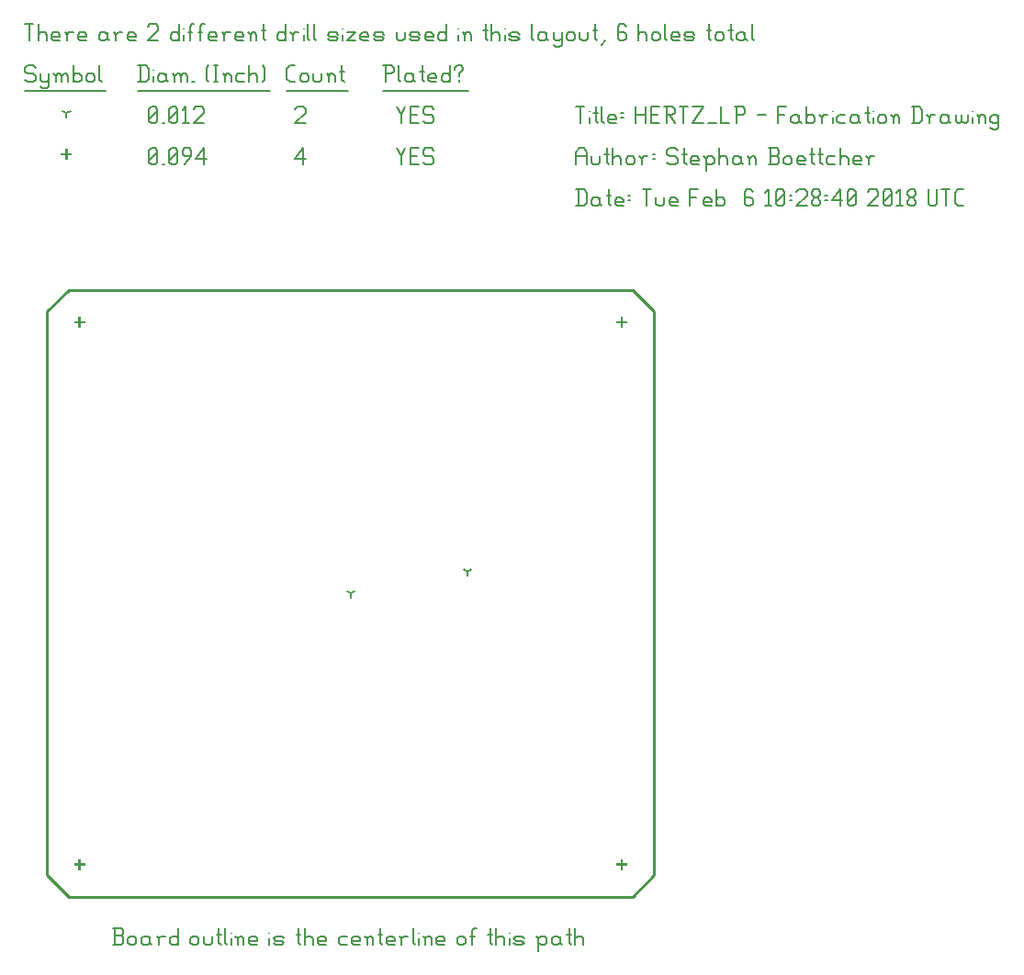
<source format=gbr>
G04 start of page 9 for group -3984 idx -3984 *
G04 Title: HERTZ_LP, fab *
G04 Creator: pcb v4.0.2-gafeb62a8 *
G04 CreationDate: Tue Feb  6 10:28:40 2018 UTC *
G04 For: stephan *
G04 Format: Gerber/RS-274X *
G04 PCB-Dimensions (mil): 2362.20 2362.20 *
G04 PCB-Coordinate-Origin: lower left *
%MOIN*%
%FSLAX25Y25*%
%LNFAB*%
%ADD33C,0.0100*%
%ADD32C,0.0075*%
%ADD31C,0.0060*%
%ADD30R,0.0080X0.0080*%
G54D30*X19685Y218135D02*Y214935D01*
X18085Y216535D02*X21285D01*
X216535Y218135D02*Y214935D01*
X214935Y216535D02*X218135D01*
X19685Y21285D02*Y18085D01*
X18085Y19685D02*X21285D01*
X216535Y21285D02*Y18085D01*
X214935Y19685D02*X218135D01*
X15000Y279070D02*Y275870D01*
X13400Y277470D02*X16600D01*
G54D31*X135000Y279720D02*X136500Y276720D01*
X138000Y279720D01*
X136500Y276720D02*Y273720D01*
X139800Y277020D02*X142050D01*
X139800Y273720D02*X142800D01*
X139800Y279720D02*Y273720D01*
Y279720D02*X142800D01*
X147600D02*X148350Y278970D01*
X145350Y279720D02*X147600D01*
X144600Y278970D02*X145350Y279720D01*
X144600Y278970D02*Y277470D01*
X145350Y276720D01*
X147600D01*
X148350Y275970D01*
Y274470D01*
X147600Y273720D02*X148350Y274470D01*
X145350Y273720D02*X147600D01*
X144600Y274470D02*X145350Y273720D01*
X98000Y275970D02*X101000Y279720D01*
X98000Y275970D02*X101750D01*
X101000Y279720D02*Y273720D01*
X45000Y274470D02*X45750Y273720D01*
X45000Y278970D02*Y274470D01*
Y278970D02*X45750Y279720D01*
X47250D01*
X48000Y278970D01*
Y274470D01*
X47250Y273720D02*X48000Y274470D01*
X45750Y273720D02*X47250D01*
X45000Y275220D02*X48000Y278220D01*
X49800Y273720D02*X50550D01*
X52350Y274470D02*X53100Y273720D01*
X52350Y278970D02*Y274470D01*
Y278970D02*X53100Y279720D01*
X54600D01*
X55350Y278970D01*
Y274470D01*
X54600Y273720D02*X55350Y274470D01*
X53100Y273720D02*X54600D01*
X52350Y275220D02*X55350Y278220D01*
X57900Y273720D02*X60150Y276720D01*
Y278970D02*Y276720D01*
X59400Y279720D02*X60150Y278970D01*
X57900Y279720D02*X59400D01*
X57150Y278970D02*X57900Y279720D01*
X57150Y278970D02*Y277470D01*
X57900Y276720D01*
X60150D01*
X61950Y275970D02*X64950Y279720D01*
X61950Y275970D02*X65700D01*
X64950Y279720D02*Y273720D01*
X118110Y118110D02*Y116510D01*
Y118110D02*X119497Y118910D01*
X118110Y118110D02*X116724Y118910D01*
X160433Y125984D02*Y124384D01*
Y125984D02*X161820Y126784D01*
X160433Y125984D02*X159046Y126784D01*
X15000Y292470D02*Y290870D01*
Y292470D02*X16387Y293270D01*
X15000Y292470D02*X13613Y293270D01*
X135000Y294720D02*X136500Y291720D01*
X138000Y294720D01*
X136500Y291720D02*Y288720D01*
X139800Y292020D02*X142050D01*
X139800Y288720D02*X142800D01*
X139800Y294720D02*Y288720D01*
Y294720D02*X142800D01*
X147600D02*X148350Y293970D01*
X145350Y294720D02*X147600D01*
X144600Y293970D02*X145350Y294720D01*
X144600Y293970D02*Y292470D01*
X145350Y291720D01*
X147600D01*
X148350Y290970D01*
Y289470D01*
X147600Y288720D02*X148350Y289470D01*
X145350Y288720D02*X147600D01*
X144600Y289470D02*X145350Y288720D01*
X98000Y293970D02*X98750Y294720D01*
X101000D01*
X101750Y293970D01*
Y292470D01*
X98000Y288720D02*X101750Y292470D01*
X98000Y288720D02*X101750D01*
X45000Y289470D02*X45750Y288720D01*
X45000Y293970D02*Y289470D01*
Y293970D02*X45750Y294720D01*
X47250D01*
X48000Y293970D01*
Y289470D01*
X47250Y288720D02*X48000Y289470D01*
X45750Y288720D02*X47250D01*
X45000Y290220D02*X48000Y293220D01*
X49800Y288720D02*X50550D01*
X52350Y289470D02*X53100Y288720D01*
X52350Y293970D02*Y289470D01*
Y293970D02*X53100Y294720D01*
X54600D01*
X55350Y293970D01*
Y289470D01*
X54600Y288720D02*X55350Y289470D01*
X53100Y288720D02*X54600D01*
X52350Y290220D02*X55350Y293220D01*
X57150Y293520D02*X58350Y294720D01*
Y288720D01*
X57150D02*X59400D01*
X61200Y293970D02*X61950Y294720D01*
X64200D01*
X64950Y293970D01*
Y292470D01*
X61200Y288720D02*X64950Y292470D01*
X61200Y288720D02*X64950D01*
X3000Y309720D02*X3750Y308970D01*
X750Y309720D02*X3000D01*
X0Y308970D02*X750Y309720D01*
X0Y308970D02*Y307470D01*
X750Y306720D01*
X3000D01*
X3750Y305970D01*
Y304470D01*
X3000Y303720D02*X3750Y304470D01*
X750Y303720D02*X3000D01*
X0Y304470D02*X750Y303720D01*
X5550Y306720D02*Y304470D01*
X6300Y303720D01*
X8550Y306720D02*Y302220D01*
X7800Y301470D02*X8550Y302220D01*
X6300Y301470D02*X7800D01*
X5550Y302220D02*X6300Y301470D01*
Y303720D02*X7800D01*
X8550Y304470D01*
X11100Y305970D02*Y303720D01*
Y305970D02*X11850Y306720D01*
X12600D01*
X13350Y305970D01*
Y303720D01*
Y305970D02*X14100Y306720D01*
X14850D01*
X15600Y305970D01*
Y303720D01*
X10350Y306720D02*X11100Y305970D01*
X17400Y309720D02*Y303720D01*
Y304470D02*X18150Y303720D01*
X19650D01*
X20400Y304470D01*
Y305970D02*Y304470D01*
X19650Y306720D02*X20400Y305970D01*
X18150Y306720D02*X19650D01*
X17400Y305970D02*X18150Y306720D01*
X22200Y305970D02*Y304470D01*
Y305970D02*X22950Y306720D01*
X24450D01*
X25200Y305970D01*
Y304470D01*
X24450Y303720D02*X25200Y304470D01*
X22950Y303720D02*X24450D01*
X22200Y304470D02*X22950Y303720D01*
X27000Y309720D02*Y304470D01*
X27750Y303720D01*
X0Y300470D02*X29250D01*
X41750Y309720D02*Y303720D01*
X43700Y309720D02*X44750Y308670D01*
Y304770D01*
X43700Y303720D02*X44750Y304770D01*
X41000Y303720D02*X43700D01*
X41000Y309720D02*X43700D01*
G54D32*X46550Y308220D02*Y308070D01*
G54D31*Y305970D02*Y303720D01*
X50300Y306720D02*X51050Y305970D01*
X48800Y306720D02*X50300D01*
X48050Y305970D02*X48800Y306720D01*
X48050Y305970D02*Y304470D01*
X48800Y303720D01*
X51050Y306720D02*Y304470D01*
X51800Y303720D01*
X48800D02*X50300D01*
X51050Y304470D01*
X54350Y305970D02*Y303720D01*
Y305970D02*X55100Y306720D01*
X55850D01*
X56600Y305970D01*
Y303720D01*
Y305970D02*X57350Y306720D01*
X58100D01*
X58850Y305970D01*
Y303720D01*
X53600Y306720D02*X54350Y305970D01*
X60650Y303720D02*X61400D01*
X65900Y304470D02*X66650Y303720D01*
X65900Y308970D02*X66650Y309720D01*
X65900Y308970D02*Y304470D01*
X68450Y309720D02*X69950D01*
X69200D02*Y303720D01*
X68450D02*X69950D01*
X72500Y305970D02*Y303720D01*
Y305970D02*X73250Y306720D01*
X74000D01*
X74750Y305970D01*
Y303720D01*
X71750Y306720D02*X72500Y305970D01*
X77300Y306720D02*X79550D01*
X76550Y305970D02*X77300Y306720D01*
X76550Y305970D02*Y304470D01*
X77300Y303720D01*
X79550D01*
X81350Y309720D02*Y303720D01*
Y305970D02*X82100Y306720D01*
X83600D01*
X84350Y305970D01*
Y303720D01*
X86150Y309720D02*X86900Y308970D01*
Y304470D01*
X86150Y303720D02*X86900Y304470D01*
X41000Y300470D02*X88700D01*
X96050Y303720D02*X98000D01*
X95000Y304770D02*X96050Y303720D01*
X95000Y308670D02*Y304770D01*
Y308670D02*X96050Y309720D01*
X98000D01*
X99800Y305970D02*Y304470D01*
Y305970D02*X100550Y306720D01*
X102050D01*
X102800Y305970D01*
Y304470D01*
X102050Y303720D02*X102800Y304470D01*
X100550Y303720D02*X102050D01*
X99800Y304470D02*X100550Y303720D01*
X104600Y306720D02*Y304470D01*
X105350Y303720D01*
X106850D01*
X107600Y304470D01*
Y306720D02*Y304470D01*
X110150Y305970D02*Y303720D01*
Y305970D02*X110900Y306720D01*
X111650D01*
X112400Y305970D01*
Y303720D01*
X109400Y306720D02*X110150Y305970D01*
X114950Y309720D02*Y304470D01*
X115700Y303720D01*
X114200Y307470D02*X115700D01*
X95000Y300470D02*X117200D01*
X130750Y309720D02*Y303720D01*
X130000Y309720D02*X133000D01*
X133750Y308970D01*
Y307470D01*
X133000Y306720D02*X133750Y307470D01*
X130750Y306720D02*X133000D01*
X135550Y309720D02*Y304470D01*
X136300Y303720D01*
X140050Y306720D02*X140800Y305970D01*
X138550Y306720D02*X140050D01*
X137800Y305970D02*X138550Y306720D01*
X137800Y305970D02*Y304470D01*
X138550Y303720D01*
X140800Y306720D02*Y304470D01*
X141550Y303720D01*
X138550D02*X140050D01*
X140800Y304470D01*
X144100Y309720D02*Y304470D01*
X144850Y303720D01*
X143350Y307470D02*X144850D01*
X147100Y303720D02*X149350D01*
X146350Y304470D02*X147100Y303720D01*
X146350Y305970D02*Y304470D01*
Y305970D02*X147100Y306720D01*
X148600D01*
X149350Y305970D01*
X146350Y305220D02*X149350D01*
Y305970D02*Y305220D01*
X154150Y309720D02*Y303720D01*
X153400D02*X154150Y304470D01*
X151900Y303720D02*X153400D01*
X151150Y304470D02*X151900Y303720D01*
X151150Y305970D02*Y304470D01*
Y305970D02*X151900Y306720D01*
X153400D01*
X154150Y305970D01*
X157450Y306720D02*Y305970D01*
Y304470D02*Y303720D01*
X155950Y308970D02*Y308220D01*
Y308970D02*X156700Y309720D01*
X158200D01*
X158950Y308970D01*
Y308220D01*
X157450Y306720D02*X158950Y308220D01*
X130000Y300470D02*X160750D01*
X0Y324720D02*X3000D01*
X1500D02*Y318720D01*
X4800Y324720D02*Y318720D01*
Y320970D02*X5550Y321720D01*
X7050D01*
X7800Y320970D01*
Y318720D01*
X10350D02*X12600D01*
X9600Y319470D02*X10350Y318720D01*
X9600Y320970D02*Y319470D01*
Y320970D02*X10350Y321720D01*
X11850D01*
X12600Y320970D01*
X9600Y320220D02*X12600D01*
Y320970D02*Y320220D01*
X15150Y320970D02*Y318720D01*
Y320970D02*X15900Y321720D01*
X17400D01*
X14400D02*X15150Y320970D01*
X19950Y318720D02*X22200D01*
X19200Y319470D02*X19950Y318720D01*
X19200Y320970D02*Y319470D01*
Y320970D02*X19950Y321720D01*
X21450D01*
X22200Y320970D01*
X19200Y320220D02*X22200D01*
Y320970D02*Y320220D01*
X28950Y321720D02*X29700Y320970D01*
X27450Y321720D02*X28950D01*
X26700Y320970D02*X27450Y321720D01*
X26700Y320970D02*Y319470D01*
X27450Y318720D01*
X29700Y321720D02*Y319470D01*
X30450Y318720D01*
X27450D02*X28950D01*
X29700Y319470D01*
X33000Y320970D02*Y318720D01*
Y320970D02*X33750Y321720D01*
X35250D01*
X32250D02*X33000Y320970D01*
X37800Y318720D02*X40050D01*
X37050Y319470D02*X37800Y318720D01*
X37050Y320970D02*Y319470D01*
Y320970D02*X37800Y321720D01*
X39300D01*
X40050Y320970D01*
X37050Y320220D02*X40050D01*
Y320970D02*Y320220D01*
X44550Y323970D02*X45300Y324720D01*
X47550D01*
X48300Y323970D01*
Y322470D01*
X44550Y318720D02*X48300Y322470D01*
X44550Y318720D02*X48300D01*
X55800Y324720D02*Y318720D01*
X55050D02*X55800Y319470D01*
X53550Y318720D02*X55050D01*
X52800Y319470D02*X53550Y318720D01*
X52800Y320970D02*Y319470D01*
Y320970D02*X53550Y321720D01*
X55050D01*
X55800Y320970D01*
G54D32*X57600Y323220D02*Y323070D01*
G54D31*Y320970D02*Y318720D01*
X59850Y323970D02*Y318720D01*
Y323970D02*X60600Y324720D01*
X61350D01*
X59100Y321720D02*X60600D01*
X63600Y323970D02*Y318720D01*
Y323970D02*X64350Y324720D01*
X65100D01*
X62850Y321720D02*X64350D01*
X67350Y318720D02*X69600D01*
X66600Y319470D02*X67350Y318720D01*
X66600Y320970D02*Y319470D01*
Y320970D02*X67350Y321720D01*
X68850D01*
X69600Y320970D01*
X66600Y320220D02*X69600D01*
Y320970D02*Y320220D01*
X72150Y320970D02*Y318720D01*
Y320970D02*X72900Y321720D01*
X74400D01*
X71400D02*X72150Y320970D01*
X76950Y318720D02*X79200D01*
X76200Y319470D02*X76950Y318720D01*
X76200Y320970D02*Y319470D01*
Y320970D02*X76950Y321720D01*
X78450D01*
X79200Y320970D01*
X76200Y320220D02*X79200D01*
Y320970D02*Y320220D01*
X81750Y320970D02*Y318720D01*
Y320970D02*X82500Y321720D01*
X83250D01*
X84000Y320970D01*
Y318720D01*
X81000Y321720D02*X81750Y320970D01*
X86550Y324720D02*Y319470D01*
X87300Y318720D01*
X85800Y322470D02*X87300D01*
X94500Y324720D02*Y318720D01*
X93750D02*X94500Y319470D01*
X92250Y318720D02*X93750D01*
X91500Y319470D02*X92250Y318720D01*
X91500Y320970D02*Y319470D01*
Y320970D02*X92250Y321720D01*
X93750D01*
X94500Y320970D01*
X97050D02*Y318720D01*
Y320970D02*X97800Y321720D01*
X99300D01*
X96300D02*X97050Y320970D01*
G54D32*X101100Y323220D02*Y323070D01*
G54D31*Y320970D02*Y318720D01*
X102600Y324720D02*Y319470D01*
X103350Y318720D01*
X104850Y324720D02*Y319470D01*
X105600Y318720D01*
X110550D02*X112800D01*
X113550Y319470D01*
X112800Y320220D02*X113550Y319470D01*
X110550Y320220D02*X112800D01*
X109800Y320970D02*X110550Y320220D01*
X109800Y320970D02*X110550Y321720D01*
X112800D01*
X113550Y320970D01*
X109800Y319470D02*X110550Y318720D01*
G54D32*X115350Y323220D02*Y323070D01*
G54D31*Y320970D02*Y318720D01*
X116850Y321720D02*X119850D01*
X116850Y318720D02*X119850Y321720D01*
X116850Y318720D02*X119850D01*
X122400D02*X124650D01*
X121650Y319470D02*X122400Y318720D01*
X121650Y320970D02*Y319470D01*
Y320970D02*X122400Y321720D01*
X123900D01*
X124650Y320970D01*
X121650Y320220D02*X124650D01*
Y320970D02*Y320220D01*
X127200Y318720D02*X129450D01*
X130200Y319470D01*
X129450Y320220D02*X130200Y319470D01*
X127200Y320220D02*X129450D01*
X126450Y320970D02*X127200Y320220D01*
X126450Y320970D02*X127200Y321720D01*
X129450D01*
X130200Y320970D01*
X126450Y319470D02*X127200Y318720D01*
X134700Y321720D02*Y319470D01*
X135450Y318720D01*
X136950D01*
X137700Y319470D01*
Y321720D02*Y319470D01*
X140250Y318720D02*X142500D01*
X143250Y319470D01*
X142500Y320220D02*X143250Y319470D01*
X140250Y320220D02*X142500D01*
X139500Y320970D02*X140250Y320220D01*
X139500Y320970D02*X140250Y321720D01*
X142500D01*
X143250Y320970D01*
X139500Y319470D02*X140250Y318720D01*
X145800D02*X148050D01*
X145050Y319470D02*X145800Y318720D01*
X145050Y320970D02*Y319470D01*
Y320970D02*X145800Y321720D01*
X147300D01*
X148050Y320970D01*
X145050Y320220D02*X148050D01*
Y320970D02*Y320220D01*
X152850Y324720D02*Y318720D01*
X152100D02*X152850Y319470D01*
X150600Y318720D02*X152100D01*
X149850Y319470D02*X150600Y318720D01*
X149850Y320970D02*Y319470D01*
Y320970D02*X150600Y321720D01*
X152100D01*
X152850Y320970D01*
G54D32*X157350Y323220D02*Y323070D01*
G54D31*Y320970D02*Y318720D01*
X159600Y320970D02*Y318720D01*
Y320970D02*X160350Y321720D01*
X161100D01*
X161850Y320970D01*
Y318720D01*
X158850Y321720D02*X159600Y320970D01*
X167100Y324720D02*Y319470D01*
X167850Y318720D01*
X166350Y322470D02*X167850D01*
X169350Y324720D02*Y318720D01*
Y320970D02*X170100Y321720D01*
X171600D01*
X172350Y320970D01*
Y318720D01*
G54D32*X174150Y323220D02*Y323070D01*
G54D31*Y320970D02*Y318720D01*
X176400D02*X178650D01*
X179400Y319470D01*
X178650Y320220D02*X179400Y319470D01*
X176400Y320220D02*X178650D01*
X175650Y320970D02*X176400Y320220D01*
X175650Y320970D02*X176400Y321720D01*
X178650D01*
X179400Y320970D01*
X175650Y319470D02*X176400Y318720D01*
X183900Y324720D02*Y319470D01*
X184650Y318720D01*
X188400Y321720D02*X189150Y320970D01*
X186900Y321720D02*X188400D01*
X186150Y320970D02*X186900Y321720D01*
X186150Y320970D02*Y319470D01*
X186900Y318720D01*
X189150Y321720D02*Y319470D01*
X189900Y318720D01*
X186900D02*X188400D01*
X189150Y319470D01*
X191700Y321720D02*Y319470D01*
X192450Y318720D01*
X194700Y321720D02*Y317220D01*
X193950Y316470D02*X194700Y317220D01*
X192450Y316470D02*X193950D01*
X191700Y317220D02*X192450Y316470D01*
Y318720D02*X193950D01*
X194700Y319470D01*
X196500Y320970D02*Y319470D01*
Y320970D02*X197250Y321720D01*
X198750D01*
X199500Y320970D01*
Y319470D01*
X198750Y318720D02*X199500Y319470D01*
X197250Y318720D02*X198750D01*
X196500Y319470D02*X197250Y318720D01*
X201300Y321720D02*Y319470D01*
X202050Y318720D01*
X203550D01*
X204300Y319470D01*
Y321720D02*Y319470D01*
X206850Y324720D02*Y319470D01*
X207600Y318720D01*
X206100Y322470D02*X207600D01*
X209100Y317220D02*X210600Y318720D01*
X217350Y324720D02*X218100Y323970D01*
X215850Y324720D02*X217350D01*
X215100Y323970D02*X215850Y324720D01*
X215100Y323970D02*Y319470D01*
X215850Y318720D01*
X217350Y322020D02*X218100Y321270D01*
X215100Y322020D02*X217350D01*
X215850Y318720D02*X217350D01*
X218100Y319470D01*
Y321270D02*Y319470D01*
X222600Y324720D02*Y318720D01*
Y320970D02*X223350Y321720D01*
X224850D01*
X225600Y320970D01*
Y318720D01*
X227400Y320970D02*Y319470D01*
Y320970D02*X228150Y321720D01*
X229650D01*
X230400Y320970D01*
Y319470D01*
X229650Y318720D02*X230400Y319470D01*
X228150Y318720D02*X229650D01*
X227400Y319470D02*X228150Y318720D01*
X232200Y324720D02*Y319470D01*
X232950Y318720D01*
X235200D02*X237450D01*
X234450Y319470D02*X235200Y318720D01*
X234450Y320970D02*Y319470D01*
Y320970D02*X235200Y321720D01*
X236700D01*
X237450Y320970D01*
X234450Y320220D02*X237450D01*
Y320970D02*Y320220D01*
X240000Y318720D02*X242250D01*
X243000Y319470D01*
X242250Y320220D02*X243000Y319470D01*
X240000Y320220D02*X242250D01*
X239250Y320970D02*X240000Y320220D01*
X239250Y320970D02*X240000Y321720D01*
X242250D01*
X243000Y320970D01*
X239250Y319470D02*X240000Y318720D01*
X248250Y324720D02*Y319470D01*
X249000Y318720D01*
X247500Y322470D02*X249000D01*
X250500Y320970D02*Y319470D01*
Y320970D02*X251250Y321720D01*
X252750D01*
X253500Y320970D01*
Y319470D01*
X252750Y318720D02*X253500Y319470D01*
X251250Y318720D02*X252750D01*
X250500Y319470D02*X251250Y318720D01*
X256050Y324720D02*Y319470D01*
X256800Y318720D01*
X255300Y322470D02*X256800D01*
X260550Y321720D02*X261300Y320970D01*
X259050Y321720D02*X260550D01*
X258300Y320970D02*X259050Y321720D01*
X258300Y320970D02*Y319470D01*
X259050Y318720D01*
X261300Y321720D02*Y319470D01*
X262050Y318720D01*
X259050D02*X260550D01*
X261300Y319470D01*
X263850Y324720D02*Y319470D01*
X264600Y318720D01*
G54D33*X7874Y220472D02*Y15748D01*
X15748Y228346D02*X220472D01*
X228346Y220472D02*Y15748D01*
X220472Y7874D02*X15748D01*
X220472Y228346D02*X228346Y220472D01*
X15748Y228346D02*X7874Y220472D01*
Y15748D02*X15748Y7874D01*
X228346Y15748D02*X220472Y7874D01*
G54D31*X31785Y-9500D02*X34785D01*
X35535Y-8750D01*
Y-6950D02*Y-8750D01*
X34785Y-6200D02*X35535Y-6950D01*
X32535Y-6200D02*X34785D01*
X32535Y-3500D02*Y-9500D01*
X31785Y-3500D02*X34785D01*
X35535Y-4250D01*
Y-5450D01*
X34785Y-6200D02*X35535Y-5450D01*
X37335Y-7250D02*Y-8750D01*
Y-7250D02*X38085Y-6500D01*
X39585D01*
X40335Y-7250D01*
Y-8750D01*
X39585Y-9500D02*X40335Y-8750D01*
X38085Y-9500D02*X39585D01*
X37335Y-8750D02*X38085Y-9500D01*
X44385Y-6500D02*X45135Y-7250D01*
X42885Y-6500D02*X44385D01*
X42135Y-7250D02*X42885Y-6500D01*
X42135Y-7250D02*Y-8750D01*
X42885Y-9500D01*
X45135Y-6500D02*Y-8750D01*
X45885Y-9500D01*
X42885D02*X44385D01*
X45135Y-8750D01*
X48435Y-7250D02*Y-9500D01*
Y-7250D02*X49185Y-6500D01*
X50685D01*
X47685D02*X48435Y-7250D01*
X55485Y-3500D02*Y-9500D01*
X54735D02*X55485Y-8750D01*
X53235Y-9500D02*X54735D01*
X52485Y-8750D02*X53235Y-9500D01*
X52485Y-7250D02*Y-8750D01*
Y-7250D02*X53235Y-6500D01*
X54735D01*
X55485Y-7250D01*
X59985D02*Y-8750D01*
Y-7250D02*X60735Y-6500D01*
X62235D01*
X62985Y-7250D01*
Y-8750D01*
X62235Y-9500D02*X62985Y-8750D01*
X60735Y-9500D02*X62235D01*
X59985Y-8750D02*X60735Y-9500D01*
X64785Y-6500D02*Y-8750D01*
X65535Y-9500D01*
X67035D01*
X67785Y-8750D01*
Y-6500D02*Y-8750D01*
X70335Y-3500D02*Y-8750D01*
X71085Y-9500D01*
X69585Y-5750D02*X71085D01*
X72585Y-3500D02*Y-8750D01*
X73335Y-9500D01*
G54D32*X74835Y-5000D02*Y-5150D01*
G54D31*Y-7250D02*Y-9500D01*
X77085Y-7250D02*Y-9500D01*
Y-7250D02*X77835Y-6500D01*
X78585D01*
X79335Y-7250D01*
Y-9500D01*
X76335Y-6500D02*X77085Y-7250D01*
X81885Y-9500D02*X84135D01*
X81135Y-8750D02*X81885Y-9500D01*
X81135Y-7250D02*Y-8750D01*
Y-7250D02*X81885Y-6500D01*
X83385D01*
X84135Y-7250D01*
X81135Y-8000D02*X84135D01*
Y-7250D02*Y-8000D01*
G54D32*X88635Y-5000D02*Y-5150D01*
G54D31*Y-7250D02*Y-9500D01*
X90885D02*X93135D01*
X93885Y-8750D01*
X93135Y-8000D02*X93885Y-8750D01*
X90885Y-8000D02*X93135D01*
X90135Y-7250D02*X90885Y-8000D01*
X90135Y-7250D02*X90885Y-6500D01*
X93135D01*
X93885Y-7250D01*
X90135Y-8750D02*X90885Y-9500D01*
X99135Y-3500D02*Y-8750D01*
X99885Y-9500D01*
X98385Y-5750D02*X99885D01*
X101385Y-3500D02*Y-9500D01*
Y-7250D02*X102135Y-6500D01*
X103635D01*
X104385Y-7250D01*
Y-9500D01*
X106935D02*X109185D01*
X106185Y-8750D02*X106935Y-9500D01*
X106185Y-7250D02*Y-8750D01*
Y-7250D02*X106935Y-6500D01*
X108435D01*
X109185Y-7250D01*
X106185Y-8000D02*X109185D01*
Y-7250D02*Y-8000D01*
X114435Y-6500D02*X116685D01*
X113685Y-7250D02*X114435Y-6500D01*
X113685Y-7250D02*Y-8750D01*
X114435Y-9500D01*
X116685D01*
X119235D02*X121485D01*
X118485Y-8750D02*X119235Y-9500D01*
X118485Y-7250D02*Y-8750D01*
Y-7250D02*X119235Y-6500D01*
X120735D01*
X121485Y-7250D01*
X118485Y-8000D02*X121485D01*
Y-7250D02*Y-8000D01*
X124035Y-7250D02*Y-9500D01*
Y-7250D02*X124785Y-6500D01*
X125535D01*
X126285Y-7250D01*
Y-9500D01*
X123285Y-6500D02*X124035Y-7250D01*
X128835Y-3500D02*Y-8750D01*
X129585Y-9500D01*
X128085Y-5750D02*X129585D01*
X131835Y-9500D02*X134085D01*
X131085Y-8750D02*X131835Y-9500D01*
X131085Y-7250D02*Y-8750D01*
Y-7250D02*X131835Y-6500D01*
X133335D01*
X134085Y-7250D01*
X131085Y-8000D02*X134085D01*
Y-7250D02*Y-8000D01*
X136635Y-7250D02*Y-9500D01*
Y-7250D02*X137385Y-6500D01*
X138885D01*
X135885D02*X136635Y-7250D01*
X140685Y-3500D02*Y-8750D01*
X141435Y-9500D01*
G54D32*X142935Y-5000D02*Y-5150D01*
G54D31*Y-7250D02*Y-9500D01*
X145185Y-7250D02*Y-9500D01*
Y-7250D02*X145935Y-6500D01*
X146685D01*
X147435Y-7250D01*
Y-9500D01*
X144435Y-6500D02*X145185Y-7250D01*
X149985Y-9500D02*X152235D01*
X149235Y-8750D02*X149985Y-9500D01*
X149235Y-7250D02*Y-8750D01*
Y-7250D02*X149985Y-6500D01*
X151485D01*
X152235Y-7250D01*
X149235Y-8000D02*X152235D01*
Y-7250D02*Y-8000D01*
X156735Y-7250D02*Y-8750D01*
Y-7250D02*X157485Y-6500D01*
X158985D01*
X159735Y-7250D01*
Y-8750D01*
X158985Y-9500D02*X159735Y-8750D01*
X157485Y-9500D02*X158985D01*
X156735Y-8750D02*X157485Y-9500D01*
X162285Y-4250D02*Y-9500D01*
Y-4250D02*X163035Y-3500D01*
X163785D01*
X161535Y-6500D02*X163035D01*
X168735Y-3500D02*Y-8750D01*
X169485Y-9500D01*
X167985Y-5750D02*X169485D01*
X170985Y-3500D02*Y-9500D01*
Y-7250D02*X171735Y-6500D01*
X173235D01*
X173985Y-7250D01*
Y-9500D01*
G54D32*X175785Y-5000D02*Y-5150D01*
G54D31*Y-7250D02*Y-9500D01*
X178035D02*X180285D01*
X181035Y-8750D01*
X180285Y-8000D02*X181035Y-8750D01*
X178035Y-8000D02*X180285D01*
X177285Y-7250D02*X178035Y-8000D01*
X177285Y-7250D02*X178035Y-6500D01*
X180285D01*
X181035Y-7250D01*
X177285Y-8750D02*X178035Y-9500D01*
X186285Y-7250D02*Y-11750D01*
X185535Y-6500D02*X186285Y-7250D01*
X187035Y-6500D01*
X188535D01*
X189285Y-7250D01*
Y-8750D01*
X188535Y-9500D02*X189285Y-8750D01*
X187035Y-9500D02*X188535D01*
X186285Y-8750D02*X187035Y-9500D01*
X193335Y-6500D02*X194085Y-7250D01*
X191835Y-6500D02*X193335D01*
X191085Y-7250D02*X191835Y-6500D01*
X191085Y-7250D02*Y-8750D01*
X191835Y-9500D01*
X194085Y-6500D02*Y-8750D01*
X194835Y-9500D01*
X191835D02*X193335D01*
X194085Y-8750D01*
X197385Y-3500D02*Y-8750D01*
X198135Y-9500D01*
X196635Y-5750D02*X198135D01*
X199635Y-3500D02*Y-9500D01*
Y-7250D02*X200385Y-6500D01*
X201885D01*
X202635Y-7250D01*
Y-9500D01*
X200750Y264720D02*Y258720D01*
X202700Y264720D02*X203750Y263670D01*
Y259770D01*
X202700Y258720D02*X203750Y259770D01*
X200000Y258720D02*X202700D01*
X200000Y264720D02*X202700D01*
X207800Y261720D02*X208550Y260970D01*
X206300Y261720D02*X207800D01*
X205550Y260970D02*X206300Y261720D01*
X205550Y260970D02*Y259470D01*
X206300Y258720D01*
X208550Y261720D02*Y259470D01*
X209300Y258720D01*
X206300D02*X207800D01*
X208550Y259470D01*
X211850Y264720D02*Y259470D01*
X212600Y258720D01*
X211100Y262470D02*X212600D01*
X214850Y258720D02*X217100D01*
X214100Y259470D02*X214850Y258720D01*
X214100Y260970D02*Y259470D01*
Y260970D02*X214850Y261720D01*
X216350D01*
X217100Y260970D01*
X214100Y260220D02*X217100D01*
Y260970D02*Y260220D01*
X218900Y262470D02*X219650D01*
X218900Y260970D02*X219650D01*
X224150Y264720D02*X227150D01*
X225650D02*Y258720D01*
X228950Y261720D02*Y259470D01*
X229700Y258720D01*
X231200D01*
X231950Y259470D01*
Y261720D02*Y259470D01*
X234500Y258720D02*X236750D01*
X233750Y259470D02*X234500Y258720D01*
X233750Y260970D02*Y259470D01*
Y260970D02*X234500Y261720D01*
X236000D01*
X236750Y260970D01*
X233750Y260220D02*X236750D01*
Y260970D02*Y260220D01*
X241250Y264720D02*Y258720D01*
Y264720D02*X244250D01*
X241250Y262020D02*X243500D01*
X246800Y258720D02*X249050D01*
X246050Y259470D02*X246800Y258720D01*
X246050Y260970D02*Y259470D01*
Y260970D02*X246800Y261720D01*
X248300D01*
X249050Y260970D01*
X246050Y260220D02*X249050D01*
Y260970D02*Y260220D01*
X250850Y264720D02*Y258720D01*
Y259470D02*X251600Y258720D01*
X253100D01*
X253850Y259470D01*
Y260970D02*Y259470D01*
X253100Y261720D02*X253850Y260970D01*
X251600Y261720D02*X253100D01*
X250850Y260970D02*X251600Y261720D01*
X263300Y264720D02*X264050Y263970D01*
X261800Y264720D02*X263300D01*
X261050Y263970D02*X261800Y264720D01*
X261050Y263970D02*Y259470D01*
X261800Y258720D01*
X263300Y262020D02*X264050Y261270D01*
X261050Y262020D02*X263300D01*
X261800Y258720D02*X263300D01*
X264050Y259470D01*
Y261270D02*Y259470D01*
X268550Y263520D02*X269750Y264720D01*
Y258720D01*
X268550D02*X270800D01*
X272600Y259470D02*X273350Y258720D01*
X272600Y263970D02*Y259470D01*
Y263970D02*X273350Y264720D01*
X274850D01*
X275600Y263970D01*
Y259470D01*
X274850Y258720D02*X275600Y259470D01*
X273350Y258720D02*X274850D01*
X272600Y260220D02*X275600Y263220D01*
X277400Y262470D02*X278150D01*
X277400Y260970D02*X278150D01*
X279950Y263970D02*X280700Y264720D01*
X282950D01*
X283700Y263970D01*
Y262470D01*
X279950Y258720D02*X283700Y262470D01*
X279950Y258720D02*X283700D01*
X285500Y259470D02*X286250Y258720D01*
X285500Y260670D02*Y259470D01*
Y260670D02*X286550Y261720D01*
X287450D01*
X288500Y260670D01*
Y259470D01*
X287750Y258720D02*X288500Y259470D01*
X286250Y258720D02*X287750D01*
X285500Y262770D02*X286550Y261720D01*
X285500Y263970D02*Y262770D01*
Y263970D02*X286250Y264720D01*
X287750D01*
X288500Y263970D01*
Y262770D01*
X287450Y261720D02*X288500Y262770D01*
X290300Y262470D02*X291050D01*
X290300Y260970D02*X291050D01*
X292850D02*X295850Y264720D01*
X292850Y260970D02*X296600D01*
X295850Y264720D02*Y258720D01*
X298400Y259470D02*X299150Y258720D01*
X298400Y263970D02*Y259470D01*
Y263970D02*X299150Y264720D01*
X300650D01*
X301400Y263970D01*
Y259470D01*
X300650Y258720D02*X301400Y259470D01*
X299150Y258720D02*X300650D01*
X298400Y260220D02*X301400Y263220D01*
X305900Y263970D02*X306650Y264720D01*
X308900D01*
X309650Y263970D01*
Y262470D01*
X305900Y258720D02*X309650Y262470D01*
X305900Y258720D02*X309650D01*
X311450Y259470D02*X312200Y258720D01*
X311450Y263970D02*Y259470D01*
Y263970D02*X312200Y264720D01*
X313700D01*
X314450Y263970D01*
Y259470D01*
X313700Y258720D02*X314450Y259470D01*
X312200Y258720D02*X313700D01*
X311450Y260220D02*X314450Y263220D01*
X316250Y263520D02*X317450Y264720D01*
Y258720D01*
X316250D02*X318500D01*
X320300Y259470D02*X321050Y258720D01*
X320300Y260670D02*Y259470D01*
Y260670D02*X321350Y261720D01*
X322250D01*
X323300Y260670D01*
Y259470D01*
X322550Y258720D02*X323300Y259470D01*
X321050Y258720D02*X322550D01*
X320300Y262770D02*X321350Y261720D01*
X320300Y263970D02*Y262770D01*
Y263970D02*X321050Y264720D01*
X322550D01*
X323300Y263970D01*
Y262770D01*
X322250Y261720D02*X323300Y262770D01*
X327800Y264720D02*Y259470D01*
X328550Y258720D01*
X330050D01*
X330800Y259470D01*
Y264720D02*Y259470D01*
X332600Y264720D02*X335600D01*
X334100D02*Y258720D01*
X338450D02*X340400D01*
X337400Y259770D02*X338450Y258720D01*
X337400Y263670D02*Y259770D01*
Y263670D02*X338450Y264720D01*
X340400D01*
X200000Y278220D02*Y273720D01*
Y278220D02*X201050Y279720D01*
X202700D01*
X203750Y278220D01*
Y273720D01*
X200000Y276720D02*X203750D01*
X205550D02*Y274470D01*
X206300Y273720D01*
X207800D01*
X208550Y274470D01*
Y276720D02*Y274470D01*
X211100Y279720D02*Y274470D01*
X211850Y273720D01*
X210350Y277470D02*X211850D01*
X213350Y279720D02*Y273720D01*
Y275970D02*X214100Y276720D01*
X215600D01*
X216350Y275970D01*
Y273720D01*
X218150Y275970D02*Y274470D01*
Y275970D02*X218900Y276720D01*
X220400D01*
X221150Y275970D01*
Y274470D01*
X220400Y273720D02*X221150Y274470D01*
X218900Y273720D02*X220400D01*
X218150Y274470D02*X218900Y273720D01*
X223700Y275970D02*Y273720D01*
Y275970D02*X224450Y276720D01*
X225950D01*
X222950D02*X223700Y275970D01*
X227750Y277470D02*X228500D01*
X227750Y275970D02*X228500D01*
X236000Y279720D02*X236750Y278970D01*
X233750Y279720D02*X236000D01*
X233000Y278970D02*X233750Y279720D01*
X233000Y278970D02*Y277470D01*
X233750Y276720D01*
X236000D01*
X236750Y275970D01*
Y274470D01*
X236000Y273720D02*X236750Y274470D01*
X233750Y273720D02*X236000D01*
X233000Y274470D02*X233750Y273720D01*
X239300Y279720D02*Y274470D01*
X240050Y273720D01*
X238550Y277470D02*X240050D01*
X242300Y273720D02*X244550D01*
X241550Y274470D02*X242300Y273720D01*
X241550Y275970D02*Y274470D01*
Y275970D02*X242300Y276720D01*
X243800D01*
X244550Y275970D01*
X241550Y275220D02*X244550D01*
Y275970D02*Y275220D01*
X247100Y275970D02*Y271470D01*
X246350Y276720D02*X247100Y275970D01*
X247850Y276720D01*
X249350D01*
X250100Y275970D01*
Y274470D01*
X249350Y273720D02*X250100Y274470D01*
X247850Y273720D02*X249350D01*
X247100Y274470D02*X247850Y273720D01*
X251900Y279720D02*Y273720D01*
Y275970D02*X252650Y276720D01*
X254150D01*
X254900Y275970D01*
Y273720D01*
X258950Y276720D02*X259700Y275970D01*
X257450Y276720D02*X258950D01*
X256700Y275970D02*X257450Y276720D01*
X256700Y275970D02*Y274470D01*
X257450Y273720D01*
X259700Y276720D02*Y274470D01*
X260450Y273720D01*
X257450D02*X258950D01*
X259700Y274470D01*
X263000Y275970D02*Y273720D01*
Y275970D02*X263750Y276720D01*
X264500D01*
X265250Y275970D01*
Y273720D01*
X262250Y276720D02*X263000Y275970D01*
X269750Y273720D02*X272750D01*
X273500Y274470D01*
Y276270D02*Y274470D01*
X272750Y277020D02*X273500Y276270D01*
X270500Y277020D02*X272750D01*
X270500Y279720D02*Y273720D01*
X269750Y279720D02*X272750D01*
X273500Y278970D01*
Y277770D01*
X272750Y277020D02*X273500Y277770D01*
X275300Y275970D02*Y274470D01*
Y275970D02*X276050Y276720D01*
X277550D01*
X278300Y275970D01*
Y274470D01*
X277550Y273720D02*X278300Y274470D01*
X276050Y273720D02*X277550D01*
X275300Y274470D02*X276050Y273720D01*
X280850D02*X283100D01*
X280100Y274470D02*X280850Y273720D01*
X280100Y275970D02*Y274470D01*
Y275970D02*X280850Y276720D01*
X282350D01*
X283100Y275970D01*
X280100Y275220D02*X283100D01*
Y275970D02*Y275220D01*
X285650Y279720D02*Y274470D01*
X286400Y273720D01*
X284900Y277470D02*X286400D01*
X288650Y279720D02*Y274470D01*
X289400Y273720D01*
X287900Y277470D02*X289400D01*
X291650Y276720D02*X293900D01*
X290900Y275970D02*X291650Y276720D01*
X290900Y275970D02*Y274470D01*
X291650Y273720D01*
X293900D01*
X295700Y279720D02*Y273720D01*
Y275970D02*X296450Y276720D01*
X297950D01*
X298700Y275970D01*
Y273720D01*
X301250D02*X303500D01*
X300500Y274470D02*X301250Y273720D01*
X300500Y275970D02*Y274470D01*
Y275970D02*X301250Y276720D01*
X302750D01*
X303500Y275970D01*
X300500Y275220D02*X303500D01*
Y275970D02*Y275220D01*
X306050Y275970D02*Y273720D01*
Y275970D02*X306800Y276720D01*
X308300D01*
X305300D02*X306050Y275970D01*
X200000Y294720D02*X203000D01*
X201500D02*Y288720D01*
G54D32*X204800Y293220D02*Y293070D01*
G54D31*Y290970D02*Y288720D01*
X207050Y294720D02*Y289470D01*
X207800Y288720D01*
X206300Y292470D02*X207800D01*
X209300Y294720D02*Y289470D01*
X210050Y288720D01*
X212300D02*X214550D01*
X211550Y289470D02*X212300Y288720D01*
X211550Y290970D02*Y289470D01*
Y290970D02*X212300Y291720D01*
X213800D01*
X214550Y290970D01*
X211550Y290220D02*X214550D01*
Y290970D02*Y290220D01*
X216350Y292470D02*X217100D01*
X216350Y290970D02*X217100D01*
X221600Y294720D02*Y288720D01*
X225350Y294720D02*Y288720D01*
X221600Y291720D02*X225350D01*
X227150Y292020D02*X229400D01*
X227150Y288720D02*X230150D01*
X227150Y294720D02*Y288720D01*
Y294720D02*X230150D01*
X231950D02*X234950D01*
X235700Y293970D01*
Y292470D01*
X234950Y291720D02*X235700Y292470D01*
X232700Y291720D02*X234950D01*
X232700Y294720D02*Y288720D01*
X233900Y291720D02*X235700Y288720D01*
X237500Y294720D02*X240500D01*
X239000D02*Y288720D01*
X242300Y294720D02*X246050D01*
X242300Y288720D02*X246050Y294720D01*
X242300Y288720D02*X246050D01*
X247850D02*X250850D01*
X252650Y294720D02*Y288720D01*
X255650D01*
X258200Y294720D02*Y288720D01*
X257450Y294720D02*X260450D01*
X261200Y293970D01*
Y292470D01*
X260450Y291720D02*X261200Y292470D01*
X258200Y291720D02*X260450D01*
X265700D02*X268700D01*
X273200Y294720D02*Y288720D01*
Y294720D02*X276200D01*
X273200Y292020D02*X275450D01*
X280250Y291720D02*X281000Y290970D01*
X278750Y291720D02*X280250D01*
X278000Y290970D02*X278750Y291720D01*
X278000Y290970D02*Y289470D01*
X278750Y288720D01*
X281000Y291720D02*Y289470D01*
X281750Y288720D01*
X278750D02*X280250D01*
X281000Y289470D01*
X283550Y294720D02*Y288720D01*
Y289470D02*X284300Y288720D01*
X285800D01*
X286550Y289470D01*
Y290970D02*Y289470D01*
X285800Y291720D02*X286550Y290970D01*
X284300Y291720D02*X285800D01*
X283550Y290970D02*X284300Y291720D01*
X289100Y290970D02*Y288720D01*
Y290970D02*X289850Y291720D01*
X291350D01*
X288350D02*X289100Y290970D01*
G54D32*X293150Y293220D02*Y293070D01*
G54D31*Y290970D02*Y288720D01*
X295400Y291720D02*X297650D01*
X294650Y290970D02*X295400Y291720D01*
X294650Y290970D02*Y289470D01*
X295400Y288720D01*
X297650D01*
X301700Y291720D02*X302450Y290970D01*
X300200Y291720D02*X301700D01*
X299450Y290970D02*X300200Y291720D01*
X299450Y290970D02*Y289470D01*
X300200Y288720D01*
X302450Y291720D02*Y289470D01*
X303200Y288720D01*
X300200D02*X301700D01*
X302450Y289470D01*
X305750Y294720D02*Y289470D01*
X306500Y288720D01*
X305000Y292470D02*X306500D01*
G54D32*X308000Y293220D02*Y293070D01*
G54D31*Y290970D02*Y288720D01*
X309500Y290970D02*Y289470D01*
Y290970D02*X310250Y291720D01*
X311750D01*
X312500Y290970D01*
Y289470D01*
X311750Y288720D02*X312500Y289470D01*
X310250Y288720D02*X311750D01*
X309500Y289470D02*X310250Y288720D01*
X315050Y290970D02*Y288720D01*
Y290970D02*X315800Y291720D01*
X316550D01*
X317300Y290970D01*
Y288720D01*
X314300Y291720D02*X315050Y290970D01*
X322550Y294720D02*Y288720D01*
X324500Y294720D02*X325550Y293670D01*
Y289770D01*
X324500Y288720D02*X325550Y289770D01*
X321800Y288720D02*X324500D01*
X321800Y294720D02*X324500D01*
X328100Y290970D02*Y288720D01*
Y290970D02*X328850Y291720D01*
X330350D01*
X327350D02*X328100Y290970D01*
X334400Y291720D02*X335150Y290970D01*
X332900Y291720D02*X334400D01*
X332150Y290970D02*X332900Y291720D01*
X332150Y290970D02*Y289470D01*
X332900Y288720D01*
X335150Y291720D02*Y289470D01*
X335900Y288720D01*
X332900D02*X334400D01*
X335150Y289470D01*
X337700Y291720D02*Y289470D01*
X338450Y288720D01*
X339200D01*
X339950Y289470D01*
Y291720D02*Y289470D01*
X340700Y288720D01*
X341450D01*
X342200Y289470D01*
Y291720D02*Y289470D01*
G54D32*X344000Y293220D02*Y293070D01*
G54D31*Y290970D02*Y288720D01*
X346250Y290970D02*Y288720D01*
Y290970D02*X347000Y291720D01*
X347750D01*
X348500Y290970D01*
Y288720D01*
X345500Y291720D02*X346250Y290970D01*
X352550Y291720D02*X353300Y290970D01*
X351050Y291720D02*X352550D01*
X350300Y290970D02*X351050Y291720D01*
X350300Y290970D02*Y289470D01*
X351050Y288720D01*
X352550D01*
X353300Y289470D01*
X350300Y287220D02*X351050Y286470D01*
X352550D01*
X353300Y287220D01*
Y291720D02*Y287220D01*
M02*

</source>
